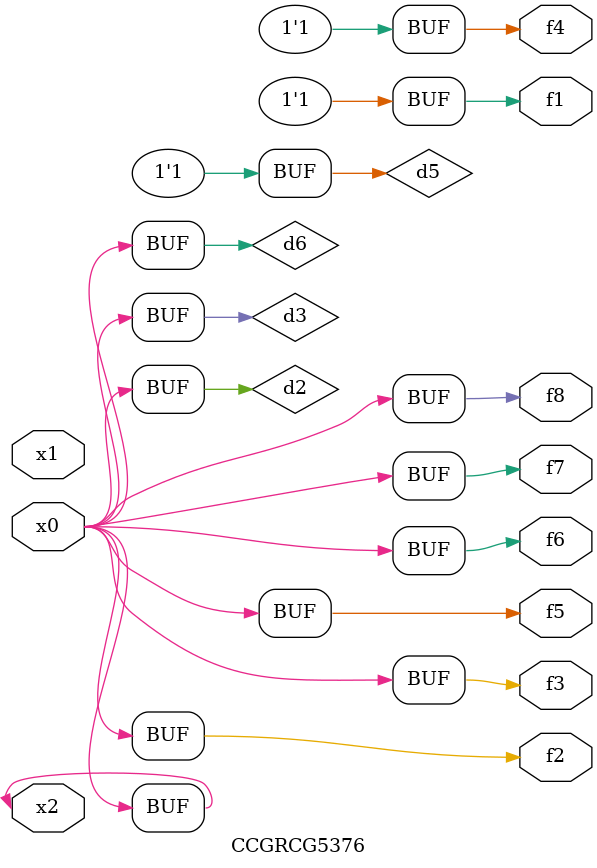
<source format=v>
module CCGRCG5376(
	input x0, x1, x2,
	output f1, f2, f3, f4, f5, f6, f7, f8
);

	wire d1, d2, d3, d4, d5, d6;

	xnor (d1, x2);
	buf (d2, x0, x2);
	and (d3, x0);
	xnor (d4, x1, x2);
	nand (d5, d1, d3);
	buf (d6, d2, d3);
	assign f1 = d5;
	assign f2 = d6;
	assign f3 = d6;
	assign f4 = d5;
	assign f5 = d6;
	assign f6 = d6;
	assign f7 = d6;
	assign f8 = d6;
endmodule

</source>
